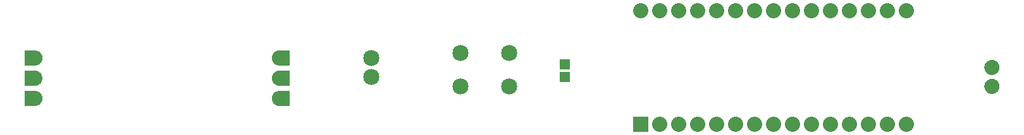
<source format=gts>
G04 MADE WITH FRITZING*
G04 WWW.FRITZING.ORG*
G04 DOUBLE SIDED*
G04 HOLES PLATED*
G04 CONTOUR ON CENTER OF CONTOUR VECTOR*
%ASAXBY*%
%FSLAX23Y23*%
%MOIN*%
%OFA0B0*%
%SFA1.0B1.0*%
%ADD10C,0.085000*%
%ADD11C,0.080000*%
%ADD12C,0.055440*%
%ADD13R,0.053307X0.057244*%
%ADD14R,0.080000X0.079972*%
%ADD15R,0.001000X0.001000*%
%LNMASK1*%
G90*
G70*
G54D10*
X2598Y416D03*
X2342Y416D03*
X2598Y593D03*
X2342Y593D03*
G54D11*
X3292Y216D03*
X3392Y216D03*
X3492Y216D03*
X3592Y216D03*
X3692Y216D03*
X3792Y216D03*
X3892Y216D03*
X3992Y216D03*
X4092Y216D03*
X4192Y216D03*
X4292Y216D03*
X4392Y216D03*
X4492Y216D03*
X4592Y216D03*
X4692Y216D03*
X3292Y816D03*
X3392Y816D03*
X3492Y816D03*
X3592Y816D03*
X3692Y816D03*
X3792Y816D03*
X3892Y816D03*
X3992Y816D03*
X4092Y816D03*
X4192Y816D03*
X4292Y816D03*
X4392Y816D03*
X4492Y816D03*
X4592Y816D03*
X4692Y816D03*
G54D12*
X93Y565D03*
X93Y459D03*
X93Y352D03*
X1392Y566D03*
X1392Y460D03*
X1392Y352D03*
G54D10*
X1873Y566D03*
X1873Y466D03*
G54D13*
X2892Y532D03*
X2892Y466D03*
G54D14*
X3292Y216D03*
G54D15*
X44Y605D02*
X103Y605D01*
X1383Y605D02*
X1442Y605D01*
X44Y604D02*
X109Y604D01*
X1377Y604D02*
X1442Y604D01*
X44Y603D02*
X112Y603D01*
X1374Y603D02*
X1442Y603D01*
X44Y602D02*
X115Y602D01*
X1372Y602D02*
X1442Y602D01*
X44Y601D02*
X117Y601D01*
X1369Y601D02*
X1442Y601D01*
X44Y600D02*
X119Y600D01*
X1368Y600D02*
X1442Y600D01*
X44Y599D02*
X120Y599D01*
X1366Y599D02*
X1442Y599D01*
X44Y598D02*
X122Y598D01*
X1364Y598D02*
X1442Y598D01*
X44Y597D02*
X123Y597D01*
X1363Y597D02*
X1442Y597D01*
X44Y596D02*
X124Y596D01*
X1362Y596D02*
X1442Y596D01*
X44Y595D02*
X126Y595D01*
X1361Y595D02*
X1442Y595D01*
X44Y594D02*
X127Y594D01*
X1360Y594D02*
X1442Y594D01*
X44Y593D02*
X128Y593D01*
X1359Y593D02*
X1442Y593D01*
X44Y592D02*
X128Y592D01*
X1358Y592D02*
X1442Y592D01*
X44Y591D02*
X129Y591D01*
X1357Y591D02*
X1442Y591D01*
X44Y590D02*
X130Y590D01*
X1356Y590D02*
X1442Y590D01*
X44Y589D02*
X131Y589D01*
X1355Y589D02*
X1442Y589D01*
X44Y588D02*
X132Y588D01*
X1355Y588D02*
X1442Y588D01*
X44Y587D02*
X132Y587D01*
X1354Y587D02*
X1442Y587D01*
X44Y586D02*
X133Y586D01*
X1353Y586D02*
X1442Y586D01*
X44Y585D02*
X133Y585D01*
X1353Y585D02*
X1442Y585D01*
X44Y584D02*
X134Y584D01*
X1352Y584D02*
X1442Y584D01*
X44Y583D02*
X134Y583D01*
X1352Y583D02*
X1442Y583D01*
X44Y582D02*
X135Y582D01*
X1351Y582D02*
X1442Y582D01*
X44Y581D02*
X135Y581D01*
X1351Y581D02*
X1442Y581D01*
X44Y580D02*
X136Y580D01*
X1351Y580D02*
X1442Y580D01*
X44Y579D02*
X136Y579D01*
X1350Y579D02*
X1442Y579D01*
X44Y578D02*
X136Y578D01*
X1350Y578D02*
X1442Y578D01*
X44Y577D02*
X137Y577D01*
X1350Y577D02*
X1442Y577D01*
X44Y576D02*
X137Y576D01*
X1349Y576D02*
X1442Y576D01*
X44Y575D02*
X137Y575D01*
X1349Y575D02*
X1442Y575D01*
X44Y574D02*
X137Y574D01*
X1349Y574D02*
X1442Y574D01*
X44Y573D02*
X138Y573D01*
X1349Y573D02*
X1442Y573D01*
X44Y572D02*
X138Y572D01*
X1348Y572D02*
X1442Y572D01*
X44Y571D02*
X138Y571D01*
X1348Y571D02*
X1442Y571D01*
X44Y570D02*
X138Y570D01*
X1348Y570D02*
X1442Y570D01*
X44Y569D02*
X138Y569D01*
X1348Y569D02*
X1442Y569D01*
X44Y568D02*
X138Y568D01*
X1348Y568D02*
X1442Y568D01*
X44Y567D02*
X138Y567D01*
X1348Y567D02*
X1442Y567D01*
X44Y566D02*
X138Y566D01*
X1348Y566D02*
X1442Y566D01*
X44Y565D02*
X138Y565D01*
X1348Y565D02*
X1442Y565D01*
X44Y564D02*
X138Y564D01*
X1348Y564D02*
X1442Y564D01*
X44Y563D02*
X138Y563D01*
X1348Y563D02*
X1442Y563D01*
X44Y562D02*
X138Y562D01*
X1348Y562D02*
X1442Y562D01*
X44Y561D02*
X138Y561D01*
X1348Y561D02*
X1442Y561D01*
X44Y560D02*
X138Y560D01*
X1348Y560D02*
X1442Y560D01*
X44Y559D02*
X138Y559D01*
X1348Y559D02*
X1442Y559D01*
X44Y558D02*
X138Y558D01*
X1349Y558D02*
X1442Y558D01*
X44Y557D02*
X137Y557D01*
X1349Y557D02*
X1442Y557D01*
X44Y556D02*
X137Y556D01*
X1349Y556D02*
X1442Y556D01*
X44Y555D02*
X137Y555D01*
X1349Y555D02*
X1442Y555D01*
X5136Y555D02*
X5149Y555D01*
X44Y554D02*
X137Y554D01*
X1350Y554D02*
X1442Y554D01*
X5132Y554D02*
X5153Y554D01*
X44Y553D02*
X136Y553D01*
X1350Y553D02*
X1442Y553D01*
X5129Y553D02*
X5156Y553D01*
X44Y552D02*
X136Y552D01*
X1350Y552D02*
X1442Y552D01*
X5126Y552D02*
X5158Y552D01*
X44Y551D02*
X136Y551D01*
X1351Y551D02*
X1442Y551D01*
X5124Y551D02*
X5161Y551D01*
X44Y550D02*
X135Y550D01*
X1351Y550D02*
X1442Y550D01*
X5122Y550D02*
X5162Y550D01*
X44Y549D02*
X135Y549D01*
X1351Y549D02*
X1442Y549D01*
X5121Y549D02*
X5164Y549D01*
X44Y548D02*
X134Y548D01*
X1352Y548D02*
X1442Y548D01*
X5119Y548D02*
X5165Y548D01*
X44Y547D02*
X134Y547D01*
X1352Y547D02*
X1442Y547D01*
X5118Y547D02*
X5167Y547D01*
X44Y546D02*
X133Y546D01*
X1353Y546D02*
X1442Y546D01*
X5117Y546D02*
X5168Y546D01*
X44Y545D02*
X133Y545D01*
X1354Y545D02*
X1442Y545D01*
X5116Y545D02*
X5169Y545D01*
X44Y544D02*
X132Y544D01*
X1354Y544D02*
X1442Y544D01*
X5115Y544D02*
X5170Y544D01*
X44Y543D02*
X131Y543D01*
X1355Y543D02*
X1442Y543D01*
X5114Y543D02*
X5171Y543D01*
X44Y542D02*
X131Y542D01*
X1355Y542D02*
X1442Y542D01*
X5113Y542D02*
X5172Y542D01*
X44Y541D02*
X130Y541D01*
X1356Y541D02*
X1442Y541D01*
X5112Y541D02*
X5173Y541D01*
X44Y540D02*
X129Y540D01*
X1357Y540D02*
X1442Y540D01*
X5111Y540D02*
X5173Y540D01*
X44Y539D02*
X128Y539D01*
X1358Y539D02*
X1442Y539D01*
X5110Y539D02*
X5174Y539D01*
X44Y538D02*
X127Y538D01*
X1359Y538D02*
X1442Y538D01*
X5110Y538D02*
X5175Y538D01*
X44Y537D02*
X126Y537D01*
X1360Y537D02*
X1442Y537D01*
X5109Y537D02*
X5176Y537D01*
X44Y536D02*
X125Y536D01*
X1361Y536D02*
X1442Y536D01*
X5108Y536D02*
X5176Y536D01*
X44Y535D02*
X124Y535D01*
X1362Y535D02*
X1442Y535D01*
X5108Y535D02*
X5177Y535D01*
X44Y534D02*
X123Y534D01*
X1363Y534D02*
X1442Y534D01*
X5107Y534D02*
X5177Y534D01*
X44Y533D02*
X122Y533D01*
X1365Y533D02*
X1442Y533D01*
X5107Y533D02*
X5178Y533D01*
X44Y532D02*
X120Y532D01*
X1366Y532D02*
X1442Y532D01*
X5106Y532D02*
X5178Y532D01*
X44Y531D02*
X118Y531D01*
X1368Y531D02*
X1442Y531D01*
X5106Y531D02*
X5179Y531D01*
X44Y530D02*
X116Y530D01*
X1370Y530D02*
X1442Y530D01*
X5106Y530D02*
X5179Y530D01*
X44Y529D02*
X114Y529D01*
X1372Y529D02*
X1442Y529D01*
X5105Y529D02*
X5179Y529D01*
X44Y528D02*
X112Y528D01*
X1375Y528D02*
X1442Y528D01*
X5105Y528D02*
X5180Y528D01*
X44Y527D02*
X108Y527D01*
X1378Y527D02*
X1442Y527D01*
X5105Y527D02*
X5180Y527D01*
X44Y526D02*
X101Y526D01*
X1385Y526D02*
X1442Y526D01*
X5104Y526D02*
X5180Y526D01*
X5104Y525D02*
X5181Y525D01*
X5104Y524D02*
X5181Y524D01*
X5104Y523D02*
X5181Y523D01*
X5103Y522D02*
X5181Y522D01*
X5103Y521D02*
X5181Y521D01*
X5103Y520D02*
X5182Y520D01*
X5103Y519D02*
X5182Y519D01*
X5103Y518D02*
X5182Y518D01*
X5103Y517D02*
X5182Y517D01*
X5103Y516D02*
X5182Y516D01*
X5103Y515D02*
X5182Y515D01*
X5103Y514D02*
X5182Y514D01*
X5103Y513D02*
X5182Y513D01*
X5103Y512D02*
X5182Y512D01*
X5103Y511D02*
X5181Y511D01*
X5103Y510D02*
X5181Y510D01*
X5103Y509D02*
X5181Y509D01*
X5104Y508D02*
X5181Y508D01*
X5104Y507D02*
X5181Y507D01*
X5104Y506D02*
X5181Y506D01*
X5104Y505D02*
X5180Y505D01*
X5105Y504D02*
X5180Y504D01*
X5105Y503D02*
X5180Y503D01*
X5105Y502D02*
X5179Y502D01*
X5106Y501D02*
X5179Y501D01*
X5106Y500D02*
X5179Y500D01*
X5107Y499D02*
X5178Y499D01*
X44Y498D02*
X106Y498D01*
X1380Y498D02*
X1442Y498D01*
X5107Y498D02*
X5178Y498D01*
X44Y497D02*
X110Y497D01*
X1376Y497D02*
X1442Y497D01*
X5108Y497D02*
X5177Y497D01*
X44Y496D02*
X113Y496D01*
X1373Y496D02*
X1442Y496D01*
X5108Y496D02*
X5177Y496D01*
X44Y495D02*
X115Y495D01*
X1371Y495D02*
X1442Y495D01*
X5109Y495D02*
X5176Y495D01*
X44Y494D02*
X117Y494D01*
X1369Y494D02*
X1442Y494D01*
X5109Y494D02*
X5175Y494D01*
X44Y493D02*
X119Y493D01*
X1367Y493D02*
X1442Y493D01*
X5110Y493D02*
X5175Y493D01*
X44Y492D02*
X121Y492D01*
X1365Y492D02*
X1442Y492D01*
X5111Y492D02*
X5174Y492D01*
X44Y491D02*
X122Y491D01*
X1364Y491D02*
X1442Y491D01*
X5111Y491D02*
X5173Y491D01*
X44Y490D02*
X124Y490D01*
X1363Y490D02*
X1442Y490D01*
X5112Y490D02*
X5172Y490D01*
X44Y489D02*
X125Y489D01*
X1361Y489D02*
X1442Y489D01*
X5113Y489D02*
X5172Y489D01*
X44Y488D02*
X126Y488D01*
X1360Y488D02*
X1442Y488D01*
X5114Y488D02*
X5171Y488D01*
X44Y487D02*
X127Y487D01*
X1359Y487D02*
X1442Y487D01*
X5115Y487D02*
X5170Y487D01*
X44Y486D02*
X128Y486D01*
X1358Y486D02*
X1442Y486D01*
X5116Y486D02*
X5169Y486D01*
X44Y485D02*
X129Y485D01*
X1357Y485D02*
X1442Y485D01*
X5117Y485D02*
X5167Y485D01*
X44Y484D02*
X130Y484D01*
X1357Y484D02*
X1442Y484D01*
X5119Y484D02*
X5166Y484D01*
X44Y483D02*
X130Y483D01*
X1356Y483D02*
X1442Y483D01*
X5120Y483D02*
X5165Y483D01*
X44Y482D02*
X131Y482D01*
X1355Y482D02*
X1442Y482D01*
X5121Y482D02*
X5163Y482D01*
X44Y481D02*
X132Y481D01*
X1354Y481D02*
X1442Y481D01*
X5123Y481D02*
X5162Y481D01*
X44Y480D02*
X132Y480D01*
X1354Y480D02*
X1442Y480D01*
X5125Y480D02*
X5160Y480D01*
X44Y479D02*
X133Y479D01*
X1353Y479D02*
X1442Y479D01*
X5127Y479D02*
X5158Y479D01*
X44Y478D02*
X134Y478D01*
X1353Y478D02*
X1442Y478D01*
X5130Y478D02*
X5155Y478D01*
X44Y477D02*
X134Y477D01*
X1352Y477D02*
X1442Y477D01*
X5133Y477D02*
X5151Y477D01*
X44Y476D02*
X134Y476D01*
X1352Y476D02*
X1442Y476D01*
X5139Y476D02*
X5146Y476D01*
X44Y475D02*
X135Y475D01*
X1351Y475D02*
X1442Y475D01*
X44Y474D02*
X135Y474D01*
X1351Y474D02*
X1442Y474D01*
X44Y473D02*
X136Y473D01*
X1350Y473D02*
X1442Y473D01*
X44Y472D02*
X136Y472D01*
X1350Y472D02*
X1442Y472D01*
X44Y471D02*
X136Y471D01*
X1350Y471D02*
X1442Y471D01*
X44Y470D02*
X137Y470D01*
X1349Y470D02*
X1442Y470D01*
X44Y469D02*
X137Y469D01*
X1349Y469D02*
X1442Y469D01*
X44Y468D02*
X137Y468D01*
X1349Y468D02*
X1442Y468D01*
X44Y467D02*
X138Y467D01*
X1349Y467D02*
X1442Y467D01*
X44Y466D02*
X138Y466D01*
X1348Y466D02*
X1442Y466D01*
X44Y465D02*
X138Y465D01*
X1348Y465D02*
X1442Y465D01*
X44Y464D02*
X138Y464D01*
X1348Y464D02*
X1442Y464D01*
X44Y463D02*
X138Y463D01*
X1348Y463D02*
X1442Y463D01*
X44Y462D02*
X138Y462D01*
X1348Y462D02*
X1442Y462D01*
X44Y461D02*
X138Y461D01*
X1348Y461D02*
X1442Y461D01*
X44Y460D02*
X138Y460D01*
X1348Y460D02*
X1442Y460D01*
X44Y459D02*
X138Y459D01*
X1348Y459D02*
X1442Y459D01*
X44Y458D02*
X138Y458D01*
X1348Y458D02*
X1442Y458D01*
X44Y457D02*
X138Y457D01*
X1348Y457D02*
X1442Y457D01*
X44Y456D02*
X138Y456D01*
X1348Y456D02*
X1442Y456D01*
X44Y455D02*
X138Y455D01*
X1348Y455D02*
X1442Y455D01*
X5136Y455D02*
X5149Y455D01*
X44Y454D02*
X138Y454D01*
X1348Y454D02*
X1442Y454D01*
X5131Y454D02*
X5153Y454D01*
X44Y453D02*
X138Y453D01*
X1348Y453D02*
X1442Y453D01*
X5128Y453D02*
X5156Y453D01*
X44Y452D02*
X138Y452D01*
X1348Y452D02*
X1442Y452D01*
X5126Y452D02*
X5159Y452D01*
X44Y451D02*
X138Y451D01*
X1349Y451D02*
X1442Y451D01*
X5124Y451D02*
X5161Y451D01*
X44Y450D02*
X137Y450D01*
X1349Y450D02*
X1442Y450D01*
X5122Y450D02*
X5162Y450D01*
X44Y449D02*
X137Y449D01*
X1349Y449D02*
X1442Y449D01*
X5121Y449D02*
X5164Y449D01*
X44Y448D02*
X137Y448D01*
X1349Y448D02*
X1442Y448D01*
X5119Y448D02*
X5165Y448D01*
X44Y447D02*
X136Y447D01*
X1350Y447D02*
X1442Y447D01*
X5118Y447D02*
X5167Y447D01*
X44Y446D02*
X136Y446D01*
X1350Y446D02*
X1442Y446D01*
X5117Y446D02*
X5168Y446D01*
X44Y445D02*
X136Y445D01*
X1350Y445D02*
X1442Y445D01*
X5116Y445D02*
X5169Y445D01*
X44Y444D02*
X135Y444D01*
X1351Y444D02*
X1442Y444D01*
X5115Y444D02*
X5170Y444D01*
X44Y443D02*
X135Y443D01*
X1351Y443D02*
X1442Y443D01*
X5114Y443D02*
X5171Y443D01*
X44Y442D02*
X134Y442D01*
X1352Y442D02*
X1442Y442D01*
X5113Y442D02*
X5172Y442D01*
X44Y441D02*
X134Y441D01*
X1352Y441D02*
X1442Y441D01*
X5112Y441D02*
X5173Y441D01*
X44Y440D02*
X134Y440D01*
X1353Y440D02*
X1442Y440D01*
X5111Y440D02*
X5174Y440D01*
X44Y439D02*
X133Y439D01*
X1353Y439D02*
X1442Y439D01*
X5110Y439D02*
X5174Y439D01*
X44Y438D02*
X132Y438D01*
X1354Y438D02*
X1442Y438D01*
X5110Y438D02*
X5175Y438D01*
X44Y437D02*
X132Y437D01*
X1354Y437D02*
X1442Y437D01*
X5109Y437D02*
X5176Y437D01*
X44Y436D02*
X131Y436D01*
X1355Y436D02*
X1442Y436D01*
X5108Y436D02*
X5176Y436D01*
X44Y435D02*
X130Y435D01*
X1356Y435D02*
X1442Y435D01*
X5108Y435D02*
X5177Y435D01*
X44Y434D02*
X130Y434D01*
X1356Y434D02*
X1442Y434D01*
X5107Y434D02*
X5177Y434D01*
X44Y433D02*
X129Y433D01*
X1357Y433D02*
X1442Y433D01*
X5107Y433D02*
X5178Y433D01*
X44Y432D02*
X128Y432D01*
X1358Y432D02*
X1442Y432D01*
X5106Y432D02*
X5178Y432D01*
X44Y431D02*
X127Y431D01*
X1359Y431D02*
X1442Y431D01*
X5106Y431D02*
X5179Y431D01*
X44Y430D02*
X126Y430D01*
X1360Y430D02*
X1442Y430D01*
X5105Y430D02*
X5179Y430D01*
X44Y429D02*
X125Y429D01*
X1361Y429D02*
X1442Y429D01*
X5105Y429D02*
X5180Y429D01*
X44Y428D02*
X124Y428D01*
X1362Y428D02*
X1442Y428D01*
X5105Y428D02*
X5180Y428D01*
X44Y427D02*
X122Y427D01*
X1364Y427D02*
X1442Y427D01*
X5105Y427D02*
X5180Y427D01*
X44Y426D02*
X121Y426D01*
X1365Y426D02*
X1442Y426D01*
X5104Y426D02*
X5180Y426D01*
X44Y425D02*
X119Y425D01*
X1367Y425D02*
X1442Y425D01*
X5104Y425D02*
X5181Y425D01*
X44Y424D02*
X118Y424D01*
X1369Y424D02*
X1442Y424D01*
X5104Y424D02*
X5181Y424D01*
X44Y423D02*
X116Y423D01*
X1371Y423D02*
X1442Y423D01*
X5104Y423D02*
X5181Y423D01*
X44Y422D02*
X113Y422D01*
X1373Y422D02*
X1442Y422D01*
X5103Y422D02*
X5181Y422D01*
X44Y421D02*
X110Y421D01*
X1376Y421D02*
X1442Y421D01*
X5103Y421D02*
X5181Y421D01*
X44Y420D02*
X106Y420D01*
X1380Y420D02*
X1442Y420D01*
X5103Y420D02*
X5182Y420D01*
X5103Y419D02*
X5182Y419D01*
X5103Y418D02*
X5182Y418D01*
X5103Y417D02*
X5182Y417D01*
X5103Y416D02*
X5182Y416D01*
X5103Y415D02*
X5182Y415D01*
X5103Y414D02*
X5182Y414D01*
X5103Y413D02*
X5182Y413D01*
X5103Y412D02*
X5182Y412D01*
X5103Y411D02*
X5181Y411D01*
X5103Y410D02*
X5181Y410D01*
X5104Y409D02*
X5181Y409D01*
X5104Y408D02*
X5181Y408D01*
X5104Y407D02*
X5181Y407D01*
X5104Y406D02*
X5181Y406D01*
X5104Y405D02*
X5180Y405D01*
X5105Y404D02*
X5180Y404D01*
X5105Y403D02*
X5180Y403D01*
X5105Y402D02*
X5179Y402D01*
X5106Y401D02*
X5179Y401D01*
X5106Y400D02*
X5179Y400D01*
X5107Y399D02*
X5178Y399D01*
X5107Y398D02*
X5178Y398D01*
X5108Y397D02*
X5177Y397D01*
X5108Y396D02*
X5177Y396D01*
X5109Y395D02*
X5176Y395D01*
X5109Y394D02*
X5175Y394D01*
X5110Y393D02*
X5175Y393D01*
X45Y392D02*
X100Y392D01*
X1386Y392D02*
X1442Y392D01*
X5111Y392D02*
X5174Y392D01*
X44Y391D02*
X108Y391D01*
X1378Y391D02*
X1442Y391D01*
X5112Y391D02*
X5173Y391D01*
X44Y390D02*
X111Y390D01*
X1375Y390D02*
X1442Y390D01*
X5112Y390D02*
X5172Y390D01*
X44Y389D02*
X114Y389D01*
X1372Y389D02*
X1442Y389D01*
X5113Y389D02*
X5171Y389D01*
X44Y388D02*
X116Y388D01*
X1370Y388D02*
X1442Y388D01*
X5114Y388D02*
X5171Y388D01*
X44Y387D02*
X118Y387D01*
X1368Y387D02*
X1442Y387D01*
X5115Y387D02*
X5170Y387D01*
X44Y386D02*
X120Y386D01*
X1366Y386D02*
X1442Y386D01*
X5116Y386D02*
X5168Y386D01*
X44Y385D02*
X121Y385D01*
X1365Y385D02*
X1442Y385D01*
X5117Y385D02*
X5167Y385D01*
X44Y384D02*
X123Y384D01*
X1363Y384D02*
X1442Y384D01*
X5119Y384D02*
X5166Y384D01*
X44Y383D02*
X124Y383D01*
X1362Y383D02*
X1442Y383D01*
X5120Y383D02*
X5165Y383D01*
X44Y382D02*
X125Y382D01*
X1361Y382D02*
X1442Y382D01*
X5122Y382D02*
X5163Y382D01*
X44Y381D02*
X126Y381D01*
X1360Y381D02*
X1442Y381D01*
X5123Y381D02*
X5161Y381D01*
X44Y380D02*
X127Y380D01*
X1359Y380D02*
X1442Y380D01*
X5125Y380D02*
X5160Y380D01*
X44Y379D02*
X128Y379D01*
X1358Y379D02*
X1442Y379D01*
X5127Y379D02*
X5158Y379D01*
X44Y378D02*
X129Y378D01*
X1357Y378D02*
X1442Y378D01*
X5130Y378D02*
X5155Y378D01*
X44Y377D02*
X130Y377D01*
X1356Y377D02*
X1442Y377D01*
X5133Y377D02*
X5151Y377D01*
X44Y376D02*
X131Y376D01*
X1356Y376D02*
X1442Y376D01*
X5139Y376D02*
X5146Y376D01*
X44Y375D02*
X131Y375D01*
X1355Y375D02*
X1442Y375D01*
X44Y374D02*
X132Y374D01*
X1354Y374D02*
X1442Y374D01*
X44Y373D02*
X133Y373D01*
X1354Y373D02*
X1442Y373D01*
X44Y372D02*
X133Y372D01*
X1353Y372D02*
X1442Y372D01*
X44Y371D02*
X134Y371D01*
X1352Y371D02*
X1442Y371D01*
X44Y370D02*
X134Y370D01*
X1352Y370D02*
X1442Y370D01*
X44Y369D02*
X135Y369D01*
X1352Y369D02*
X1442Y369D01*
X44Y368D02*
X135Y368D01*
X1351Y368D02*
X1442Y368D01*
X44Y367D02*
X135Y367D01*
X1351Y367D02*
X1442Y367D01*
X44Y366D02*
X136Y366D01*
X1350Y366D02*
X1442Y366D01*
X44Y365D02*
X136Y365D01*
X1350Y365D02*
X1442Y365D01*
X44Y364D02*
X137Y364D01*
X1350Y364D02*
X1442Y364D01*
X44Y363D02*
X137Y363D01*
X1349Y363D02*
X1442Y363D01*
X44Y362D02*
X137Y362D01*
X1349Y362D02*
X1442Y362D01*
X44Y361D02*
X137Y361D01*
X1349Y361D02*
X1442Y361D01*
X44Y360D02*
X138Y360D01*
X1349Y360D02*
X1442Y360D01*
X44Y359D02*
X138Y359D01*
X1348Y359D02*
X1442Y359D01*
X44Y358D02*
X138Y358D01*
X1348Y358D02*
X1442Y358D01*
X44Y357D02*
X138Y357D01*
X1348Y357D02*
X1442Y357D01*
X44Y356D02*
X139Y356D01*
X1348Y356D02*
X1442Y356D01*
X44Y355D02*
X139Y355D01*
X1348Y355D02*
X1442Y355D01*
X44Y354D02*
X139Y354D01*
X1348Y354D02*
X1442Y354D01*
X44Y353D02*
X139Y353D01*
X1348Y353D02*
X1442Y353D01*
X44Y352D02*
X138Y352D01*
X1348Y352D02*
X1442Y352D01*
X44Y351D02*
X138Y351D01*
X1348Y351D02*
X1442Y351D01*
X44Y350D02*
X138Y350D01*
X1348Y350D02*
X1442Y350D01*
X44Y349D02*
X138Y349D01*
X1348Y349D02*
X1442Y349D01*
X44Y348D02*
X138Y348D01*
X1348Y348D02*
X1442Y348D01*
X44Y347D02*
X138Y347D01*
X1348Y347D02*
X1442Y347D01*
X44Y346D02*
X138Y346D01*
X1348Y346D02*
X1442Y346D01*
X44Y345D02*
X138Y345D01*
X1349Y345D02*
X1442Y345D01*
X44Y344D02*
X137Y344D01*
X1349Y344D02*
X1442Y344D01*
X44Y343D02*
X137Y343D01*
X1349Y343D02*
X1442Y343D01*
X44Y342D02*
X137Y342D01*
X1349Y342D02*
X1442Y342D01*
X44Y341D02*
X137Y341D01*
X1350Y341D02*
X1442Y341D01*
X44Y340D02*
X136Y340D01*
X1350Y340D02*
X1442Y340D01*
X44Y339D02*
X136Y339D01*
X1350Y339D02*
X1442Y339D01*
X44Y338D02*
X136Y338D01*
X1351Y338D02*
X1442Y338D01*
X44Y337D02*
X135Y337D01*
X1351Y337D02*
X1442Y337D01*
X44Y336D02*
X135Y336D01*
X1351Y336D02*
X1442Y336D01*
X44Y335D02*
X134Y335D01*
X1352Y335D02*
X1442Y335D01*
X44Y334D02*
X134Y334D01*
X1352Y334D02*
X1442Y334D01*
X44Y333D02*
X133Y333D01*
X1353Y333D02*
X1442Y333D01*
X44Y332D02*
X133Y332D01*
X1353Y332D02*
X1442Y332D01*
X44Y331D02*
X132Y331D01*
X1354Y331D02*
X1442Y331D01*
X44Y330D02*
X132Y330D01*
X1355Y330D02*
X1442Y330D01*
X44Y329D02*
X131Y329D01*
X1355Y329D02*
X1442Y329D01*
X44Y328D02*
X130Y328D01*
X1356Y328D02*
X1442Y328D01*
X44Y327D02*
X129Y327D01*
X1357Y327D02*
X1442Y327D01*
X44Y326D02*
X128Y326D01*
X1358Y326D02*
X1442Y326D01*
X44Y325D02*
X128Y325D01*
X1359Y325D02*
X1442Y325D01*
X44Y324D02*
X127Y324D01*
X1359Y324D02*
X1442Y324D01*
X44Y323D02*
X126Y323D01*
X1361Y323D02*
X1442Y323D01*
X44Y322D02*
X124Y322D01*
X1362Y322D02*
X1442Y322D01*
X44Y321D02*
X123Y321D01*
X1363Y321D02*
X1442Y321D01*
X44Y320D02*
X122Y320D01*
X1364Y320D02*
X1442Y320D01*
X44Y319D02*
X120Y319D01*
X1366Y319D02*
X1442Y319D01*
X44Y318D02*
X119Y318D01*
X1367Y318D02*
X1442Y318D01*
X44Y317D02*
X117Y317D01*
X1369Y317D02*
X1442Y317D01*
X44Y316D02*
X115Y316D01*
X1371Y316D02*
X1442Y316D01*
X44Y315D02*
X112Y315D01*
X1374Y315D02*
X1442Y315D01*
X44Y314D02*
X109Y314D01*
X1377Y314D02*
X1442Y314D01*
X44Y313D02*
X104Y313D01*
X1382Y313D02*
X1442Y313D01*
D02*
G04 End of Mask1*
M02*
</source>
